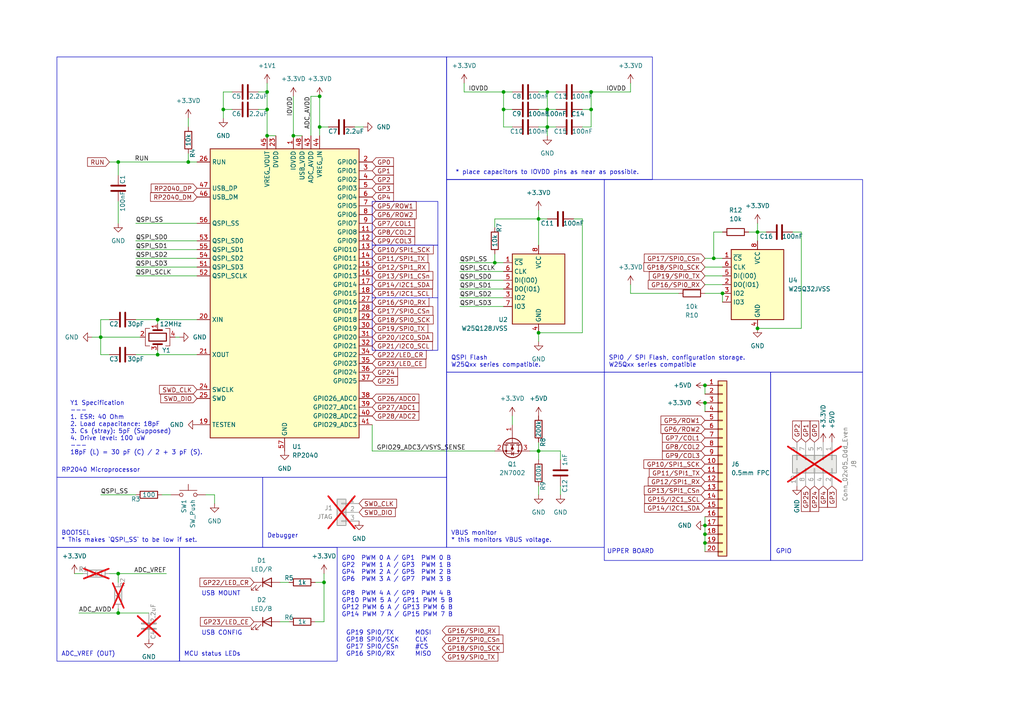
<source format=kicad_sch>
(kicad_sch (version 20231120) (generator "eeschema") (generator_version "8.0")
  (paper "A4")
  (lib_symbols
    (symbol "Connector_Generic:Conn_01x03" (pin_names (offset 1.016) hide)
      (property "Reference" "J" (at 0 5.08 0))
      (property "Value" "Conn_01x03" (at 0 -5.08 0))
      (symbol "Conn_01x03_1_1"
        (pin passive line (at -5.08 2.54 0) (length 3.81) (name "Pin_1") (number "1"))
        (pin passive line (at -5.08 0 0) (length 3.81) (name "Pin_2") (number "2"))
        (pin passive line (at -5.08 -2.54 0) (length 3.81) (name "Pin_3") (number "3"))
      )
    )
    (symbol "Connector_Generic:Conn_01x20" (pin_names (offset 1.016) hide)
      (property "Reference" "J" (at 0 25.4 0))
      (property "Value" "Conn_01x20" (at 0 -27.94 0))
      (symbol "Conn_01x20_1_1"
        (pin passive line (at -5.08 22.86 0) (length 3.81) (name "Pin_1") (number "1"))
        (pin passive line (at -5.08 0 0) (length 3.81) (name "Pin_10") (number "10"))
        (pin passive line (at -5.08 -2.54 0) (length 3.81) (name "Pin_11") (number "11"))
        (pin passive line (at -5.08 -5.08 0) (length 3.81) (name "Pin_12") (number "12"))
        (pin passive line (at -5.08 -7.62 0) (length 3.81) (name "Pin_13") (number "13"))
        (pin passive line (at -5.08 -10.16 0) (length 3.81) (name "Pin_14") (number "14"))
        (pin passive line (at -5.08 -12.7 0) (length 3.81) (name "Pin_15") (number "15"))
        (pin passive line (at -5.08 -15.24 0) (length 3.81) (name "Pin_16") (number "16"))
        (pin passive line (at -5.08 -17.78 0) (length 3.81) (name "Pin_17") (number "17"))
        (pin passive line (at -5.08 -20.32 0) (length 3.81) (name "Pin_18") (number "18"))
        (pin passive line (at -5.08 -22.86 0) (length 3.81) (name "Pin_19") (number "19"))
        (pin passive line (at -5.08 20.32 0) (length 3.81) (name "Pin_2") (number "2"))
        (pin passive line (at -5.08 -25.4 0) (length 3.81) (name "Pin_20") (number "20"))
        (pin passive line (at -5.08 17.78 0) (length 3.81) (name "Pin_3") (number "3"))
        (pin passive line (at -5.08 15.24 0) (length 3.81) (name "Pin_4") (number "4"))
        (pin passive line (at -5.08 12.7 0) (length 3.81) (name "Pin_5") (number "5"))
        (pin passive line (at -5.08 10.16 0) (length 3.81) (name "Pin_6") (number "6"))
        (pin passive line (at -5.08 7.62 0) (length 3.81) (name "Pin_7") (number "7"))
        (pin passive line (at -5.08 5.08 0) (length 3.81) (name "Pin_8") (number "8"))
        (pin passive line (at -5.08 2.54 0) (length 3.81) (name "Pin_9") (number "9"))
      )
    )
    (symbol "Connector_Generic:Conn_02x05_Odd_Even" (pin_names (offset 1.016) hide)
      (property "Reference" "J" (at 1.27 7.62 0))
      (property "Value" "Conn_02x05_Odd_Even" (at 1.27 -7.62 0))
      (symbol "Conn_02x05_Odd_Even_1_1"
        (pin passive line (at -5.08 5.08 0) (length 3.81) (name "Pin_1") (number "1"))
        (pin passive line (at 7.62 -5.08 180) (length 3.81) (name "Pin_10") (number "10"))
        (pin passive line (at 7.62 5.08 180) (length 3.81) (name "Pin_2") (number "2"))
        (pin passive line (at -5.08 2.54 0) (length 3.81) (name "Pin_3") (number "3"))
        (pin passive line (at 7.62 2.54 180) (length 3.81) (name "Pin_4") (number "4"))
        (pin passive line (at -5.08 0 0) (length 3.81) (name "Pin_5") (number "5"))
        (pin passive line (at 7.62 0 180) (length 3.81) (name "Pin_6") (number "6"))
        (pin passive line (at -5.08 -2.54 0) (length 3.81) (name "Pin_7") (number "7"))
        (pin passive line (at 7.62 -2.54 180) (length 3.81) (name "Pin_8") (number "8"))
        (pin passive line (at -5.08 -5.08 0) (length 3.81) (name "Pin_9") (number "9"))
      )
    )
    (symbol "Device:C" (pin_numbers hide) (pin_names (offset 0.254))
      (property "Reference" "C" (at 0.635 2.54 0))
      (property "Value" "C" (at 0.635 -2.54 0))
      (symbol "C_1_1"
        (pin passive line (at 0 3.81 270) (length 2.794) (name "~") (number "1"))
        (pin passive line (at 0 -3.81 90) (length 2.794) (name "~") (number "2"))
      )
    )
    (symbol "Device:Crystal_GND24" (pin_names (offset 1.016) hide)
      (property "Reference" "Y" (at 3.175 5.08 0))
      (property "Value" "Crystal_GND24" (at 3.175 3.175 0))
      (symbol "Crystal_GND24_1_1"
        (pin passive line (at -3.81 0 0) (length 1.27) (name "1") (number "1"))
        (pin passive line (at 0 5.08 270) (length 1.27) (name "2") (number "2"))
        (pin passive line (at 3.81 0 180) (length 1.27) (name "3") (number "3"))
        (pin passive line (at 0 -5.08 90) (length 1.27) (name "4") (number "4"))
      )
    )
    (symbol "Device:LED" (pin_numbers hide) (pin_names (offset 1.016) hide)
      (property "Reference" "D" (at 0 2.54 0))
      (property "Value" "LED" (at 0 -2.54 0))
      (symbol "LED_1_1"
        (pin passive line (at -3.81 0 0) (length 2.54) (name "K") (number "1"))
        (pin passive line (at 3.81 0 180) (length 2.54) (name "A") (number "2"))
      )
    )
    (symbol "Device:R" (pin_numbers hide) (pin_names (offset 0))
      (property "Reference" "R" (at 2.032 0 90))
      (property "Value" "R" (at 0 0 90))
      (symbol "R_1_1"
        (pin passive line (at 0 3.81 270) (length 1.27) (name "~") (number "1"))
        (pin passive line (at 0 -3.81 90) (length 1.27) (name "~") (number "2"))
      )
    )
    (symbol "MCU_RaspberryPi:RP2040"
      (property "Reference" "U" (at 17.78 45.72 0))
      (property "Value" "RP2040" (at 17.78 43.18 0))
      (symbol "RP2040_1_1"
        (pin power_in line (at 2.54 45.72 270) (length 3.81) (name "IOVDD") (number "1"))
        (pin passive line (at 2.54 45.72 270) (length 3.81) hide (name "IOVDD") (number "10"))
        (pin bidirectional line (at 25.4 17.78 180) (length 3.81) (name "GPIO8") (number "11"))
        (pin bidirectional line (at 25.4 15.24 180) (length 3.81) (name "GPIO9") (number "12"))
        (pin bidirectional line (at 25.4 12.7 180) (length 3.81) (name "GPIO10") (number "13"))
        (pin bidirectional line (at 25.4 10.16 180) (length 3.81) (name "GPIO11") (number "14"))
        (pin bidirectional line (at 25.4 7.62 180) (length 3.81) (name "GPIO12") (number "15"))
        (pin bidirectional line (at 25.4 5.08 180) (length 3.81) (name "GPIO13") (number "16"))
        (pin bidirectional line (at 25.4 2.54 180) (length 3.81) (name "GPIO14") (number "17"))
        (pin bidirectional line (at 25.4 0 180) (length 3.81) (name "GPIO15") (number "18"))
        (pin input line (at -25.4 -38.1 0) (length 3.81) (name "TESTEN") (number "19"))
        (pin bidirectional line (at 25.4 38.1 180) (length 3.81) (name "GPIO0") (number "2"))
        (pin input line (at -25.4 -7.62 0) (length 3.81) (name "XIN") (number "20"))
        (pin passive line (at -25.4 -17.78 0) (length 3.81) (name "XOUT") (number "21"))
        (pin passive line (at 2.54 45.72 270) (length 3.81) hide (name "IOVDD") (number "22"))
        (pin power_in line (at -2.54 45.72 270) (length 3.81) (name "DVDD") (number "23"))
        (pin input line (at -25.4 -27.94 0) (length 3.81) (name "SWCLK") (number "24"))
        (pin bidirectional line (at -25.4 -30.48 0) (length 3.81) (name "SWD") (number "25"))
        (pin input line (at -25.4 38.1 0) (length 3.81) (name "RUN") (number "26"))
        (pin bidirectional line (at 25.4 -2.54 180) (length 3.81) (name "GPIO16") (number "27"))
        (pin bidirectional line (at 25.4 -5.08 180) (length 3.81) (name "GPIO17") (number "28"))
        (pin bidirectional line (at 25.4 -7.62 180) (length 3.81) (name "GPIO18") (number "29"))
        (pin bidirectional line (at 25.4 35.56 180) (length 3.81) (name "GPIO1") (number "3"))
        (pin bidirectional line (at 25.4 -10.16 180) (length 3.81) (name "GPIO19") (number "30"))
        (pin bidirectional line (at 25.4 -12.7 180) (length 3.81) (name "GPIO20") (number "31"))
        (pin bidirectional line (at 25.4 -15.24 180) (length 3.81) (name "GPIO21") (number "32"))
        (pin passive line (at 2.54 45.72 270) (length 3.81) hide (name "IOVDD") (number "33"))
        (pin bidirectional line (at 25.4 -17.78 180) (length 3.81) (name "GPIO22") (number "34"))
        (pin bidirectional line (at 25.4 -20.32 180) (length 3.81) (name "GPIO23") (number "35"))
        (pin bidirectional line (at 25.4 -22.86 180) (length 3.81) (name "GPIO24") (number "36"))
        (pin bidirectional line (at 25.4 -25.4 180) (length 3.81) (name "GPIO25") (number "37"))
        (pin bidirectional line (at 25.4 -30.48 180) (length 3.81) (name "GPIO26_ADC0") (number "38"))
        (pin bidirectional line (at 25.4 -33.02 180) (length 3.81) (name "GPIO27_ADC1") (number "39"))
        (pin bidirectional line (at 25.4 33.02 180) (length 3.81) (name "GPIO2") (number "4"))
        (pin bidirectional line (at 25.4 -35.56 180) (length 3.81) (name "GPIO28_ADC2") (number "40"))
        (pin bidirectional line (at 25.4 -38.1 180) (length 3.81) (name "GPIO29_ADC3") (number "41"))
        (pin passive line (at 2.54 45.72 270) (length 3.81) hide (name "IOVDD") (number "42"))
        (pin power_in line (at 7.62 45.72 270) (length 3.81) (name "ADC_AVDD") (number "43"))
        (pin power_in line (at 10.16 45.72 270) (length 3.81) (name "VREG_IN") (number "44"))
        (pin power_out line (at -5.08 45.72 270) (length 3.81) (name "VREG_VOUT") (number "45"))
        (pin bidirectional line (at -25.4 27.94 0) (length 3.81) (name "USB_DM") (number "46"))
        (pin bidirectional line (at -25.4 30.48 0) (length 3.81) (name "USB_DP") (number "47"))
        (pin power_in line (at 5.08 45.72 270) (length 3.81) (name "USB_VDD") (number "48"))
        (pin passive line (at 2.54 45.72 270) (length 3.81) hide (name "IOVDD") (number "49"))
        (pin bidirectional line (at 25.4 30.48 180) (length 3.81) (name "GPIO3") (number "5"))
        (pin passive line (at -2.54 45.72 270) (length 3.81) hide (name "DVDD") (number "50"))
        (pin bidirectional line (at -25.4 7.62 0) (length 3.81) (name "QSPI_SD3") (number "51"))
        (pin output line (at -25.4 5.08 0) (length 3.81) (name "QSPI_SCLK") (number "52"))
        (pin bidirectional line (at -25.4 15.24 0) (length 3.81) (name "QSPI_SD0") (number "53"))
        (pin bidirectional line (at -25.4 10.16 0) (length 3.81) (name "QSPI_SD2") (number "54"))
        (pin bidirectional line (at -25.4 12.7 0) (length 3.81) (name "QSPI_SD1") (number "55"))
        (pin bidirectional line (at -25.4 20.32 0) (length 3.81) (name "QSPI_SS") (number "56"))
        (pin power_in line (at 0 -45.72 90) (length 3.81) (name "GND") (number "57"))
        (pin bidirectional line (at 25.4 27.94 180) (length 3.81) (name "GPIO4") (number "6"))
        (pin bidirectional line (at 25.4 25.4 180) (length 3.81) (name "GPIO5") (number "7"))
        (pin bidirectional line (at 25.4 22.86 180) (length 3.81) (name "GPIO6") (number "8"))
        (pin bidirectional line (at 25.4 20.32 180) (length 3.81) (name "GPIO7") (number "9"))
      )
    )
    (symbol "Memory_Flash:W25Q32JVSS"
      (property "Reference" "U" (at -6.35 11.43 0))
      (property "Value" "W25Q32JVSS" (at 7.62 11.43 0))
      (symbol "W25Q32JVSS_1_1"
        (pin input line (at -10.16 7.62 0) (length 2.54) (name "~{CS}") (number "1"))
        (pin bidirectional line (at -10.16 0 0) (length 2.54) (name "DO(IO1)") (number "2"))
        (pin bidirectional line (at -10.16 -2.54 0) (length 2.54) (name "IO2") (number "3"))
        (pin power_in line (at 0 -12.7 90) (length 2.54) (name "GND") (number "4"))
        (pin bidirectional line (at -10.16 2.54 0) (length 2.54) (name "DI(IO0)") (number "5"))
        (pin input line (at -10.16 5.08 0) (length 2.54) (name "CLK") (number "6"))
        (pin bidirectional line (at -10.16 -5.08 0) (length 2.54) (name "IO3") (number "7"))
        (pin power_in line (at 0 12.7 270) (length 2.54) (name "VCC") (number "8"))
      )
    )
    (symbol "OLIMEX_Power:+3.3VD" (power) (pin_names (offset 0))
      (property "Value" "+3.3VD" (at 0 3.556 0))
      (symbol "+3.3VD_1_1"
        (pin power_in line (at 0 0 90) (length 0) hide (name "+3.3VD") (number "1"))
      )
    )
    (symbol "OLIMEX_Power:+5VD" (power) (pin_names (offset 0))
      (property "Value" "+5VD" (at 0 3.556 0))
      (symbol "+5VD_1_1"
        (pin power_in line (at 0 0 90) (length 0) hide (name "+5VD") (number "1"))
      )
    )
    (symbol "Switch:SW_Push" (pin_numbers hide) (pin_names (offset 1.016) hide)
      (property "Reference" "SW" (at 1.27 2.54 0))
      (property "Value" "SW_Push" (at 0 -1.524 0))
      (symbol "SW_Push_0_1"
        (pin passive line (at -5.08 0 0) (length 2.54) (name "1") (number "1"))
        (pin passive line (at 5.08 0 180) (length 2.54) (name "2") (number "2"))
      )
    )
    (symbol "Transistor_FET:2N7002" (pin_names hide)
      (property "Reference" "Q" (at 5.08 1.905 0))
      (property "Value" "2N7002" (at 5.08 0 0))
      (symbol "2N7002_1_1"
        (pin input line (at -5.08 0 0) (length 2.54) (name "G") (number "1"))
        (pin passive line (at 2.54 -5.08 90) (length 2.54) (name "S") (number "2"))
        (pin passive line (at 2.54 5.08 270) (length 2.54) (name "D") (number "3"))
      )
    )
    (symbol "power:+1V1" (power) (pin_names (offset 0))
      (property "Value" "+1V1" (at 0 3.556 0))
      (symbol "+1V1_1_1"
        (pin power_in line (at 0 0 90) (length 0) hide (name "+1V1") (number "1"))
      )
    )
    (symbol "power:GND" (power) (pin_names (offset 0))
      (property "Value" "GND" (at 0 -3.81 0))
      (symbol "GND_1_1"
        (pin power_in line (at 0 0 270) (length 0) hide (name "GND") (number "1"))
      )
    )
  )
  (junction (at 204.47 154.94))
  (junction (at 54.61 46.99))
  (junction (at 204.47 111.76))
  (junction (at 209.55 85.09))
  (junction (at 45.72 92.71))
  (junction (at 64.77 31.75))
  (junction (at 219.71 95.25))
  (junction (at 204.47 152.4))
  (junction (at 171.45 31.75))
  (junction (at 93.98 168.91))
  (junction (at 158.75 36.83))
  (junction (at 204.47 116.84))
  (junction (at 34.29 177.8))
  (junction (at 171.45 26.67))
  (junction (at 92.71 27.94))
  (junction (at 156.21 63.5))
  (junction (at 29.21 97.79))
  (junction (at 158.75 31.75))
  (junction (at 45.72 102.87))
  (junction (at 77.47 39.37))
  (junction (at 156.21 96.52))
  (junction (at 146.05 26.67))
  (junction (at 207.01 74.93))
  (junction (at 143.51 76.2))
  (junction (at 77.47 31.75))
  (junction (at 158.75 26.67))
  (junction (at 34.29 166.37))
  (junction (at 156.21 130.81))
  (junction (at 204.47 157.48))
  (junction (at 77.47 26.67))
  (junction (at 85.09 39.37))
  (junction (at 219.71 67.31))
  (junction (at 146.05 31.75))
  (junction (at 34.29 46.99))
  (junction (at 92.71 36.83))
  (wire (pts (xy 168.91 96.52) (xy 156.21 96.52)))
  (wire (pts (xy 156.21 31.75) (xy 158.75 31.75)))
  (wire (pts (xy 171.45 31.75) (xy 171.45 36.83)))
  (wire (pts (xy 39.37 77.47) (xy 57.15 77.47)))
  (wire (pts (xy 39.37 80.01) (xy 57.15 80.01)))
  (wire (pts (xy 204.47 82.55) (xy 209.55 82.55)))
  (wire (pts (xy 133.35 86.36) (xy 146.05 86.36)))
  (wire (pts (xy 92.71 36.83) (xy 95.25 36.83)))
  (wire (pts (xy 26.67 97.79) (xy 29.21 97.79)))
  (wire (pts (xy 148.59 26.67) (xy 146.05 26.67)))
  (wire (pts (xy 232.41 95.25) (xy 219.71 95.25)))
  (wire (pts (xy 143.51 76.2) (xy 146.05 76.2)))
  (wire (pts (xy 156.21 26.67) (xy 158.75 26.67)))
  (wire (pts (xy 204.47 111.76) (xy 204.47 114.3)))
  (wire (pts (xy 39.37 102.87) (xy 45.72 102.87)))
  (wire (pts (xy 156.21 128.27) (xy 156.21 130.81)))
  (wire (pts (xy 45.72 92.71) (xy 57.15 92.71)))
  (wire (pts (xy 85.09 39.37) (xy 87.63 39.37)))
  (wire (pts (xy 92.71 36.83) (xy 92.71 39.37)))
  (wire (pts (xy 34.29 46.99) (xy 54.61 46.99)))
  (wire (pts (xy 85.09 27.94) (xy 85.09 39.37)))
  (wire (pts (xy 217.17 67.31) (xy 219.71 67.31)))
  (wire (pts (xy 34.29 58.42) (xy 34.29 64.77)))
  (wire (pts (xy 158.75 36.83) (xy 161.29 36.83)))
  (wire (pts (xy 143.51 63.5) (xy 143.51 66.04)))
  (wire (pts (xy 90.17 27.94) (xy 92.71 27.94)))
  (wire (pts (xy 168.91 63.5) (xy 166.37 63.5)))
  (wire (pts (xy 43.18 177.8) (xy 34.29 177.8)))
  (wire (pts (xy 39.37 92.71) (xy 45.72 92.71)))
  (wire (pts (xy 29.21 97.79) (xy 40.64 97.79)))
  (wire (pts (xy 54.61 46.99) (xy 57.15 46.99)))
  (wire (pts (xy 107.95 130.81) (xy 107.95 123.19)))
  (wire (pts (xy 133.35 76.2) (xy 143.51 76.2)))
  (wire (pts (xy 158.75 36.83) (xy 158.75 39.37)))
  (wire (pts (xy 222.25 67.31) (xy 219.71 67.31)))
  (wire (pts (xy 91.44 168.91) (xy 93.98 168.91)))
  (wire (pts (xy 182.88 85.09) (xy 196.85 85.09)))
  (wire (pts (xy 90.17 27.94) (xy 90.17 39.37)))
  (wire (pts (xy 143.51 63.5) (xy 156.21 63.5)))
  (wire (pts (xy 67.31 26.67) (xy 64.77 26.67)))
  (wire (pts (xy 146.05 31.75) (xy 148.59 31.75)))
  (wire (pts (xy 77.47 26.67) (xy 77.47 31.75)))
  (wire (pts (xy 148.59 36.83) (xy 146.05 36.83)))
  (wire (pts (xy 204.47 157.48) (xy 204.47 160.02)))
  (wire (pts (xy 156.21 130.81) (xy 156.21 133.35)))
  (wire (pts (xy 22.86 177.8) (xy 34.29 177.8)))
  (wire (pts (xy 182.88 82.55) (xy 182.88 85.09)))
  (wire (pts (xy 105.41 36.83) (xy 102.87 36.83)))
  (wire (pts (xy 153.67 130.81) (xy 156.21 130.81)))
  (wire (pts (xy 64.77 26.67) (xy 64.77 31.75)))
  (wire (pts (xy 133.35 88.9) (xy 146.05 88.9)))
  (wire (pts (xy 57.15 102.87) (xy 45.72 102.87)))
  (wire (pts (xy 49.53 143.51) (xy 46.99 143.51)))
  (wire (pts (xy 52.07 97.79) (xy 50.8 97.79)))
  (wire (pts (xy 204.47 152.4) (xy 204.47 154.94)))
  (wire (pts (xy 219.71 64.77) (xy 219.71 67.31)))
  (wire (pts (xy 229.87 67.31) (xy 232.41 67.31)))
  (wire (pts (xy 168.91 63.5) (xy 168.91 96.52)))
  (wire (pts (xy 93.98 166.37) (xy 93.98 168.91)))
  (wire (pts (xy 39.37 64.77) (xy 57.15 64.77)))
  (wire (pts (xy 45.72 93.98) (xy 45.72 92.71)))
  (wire (pts (xy 54.61 34.29) (xy 54.61 36.83)))
  (wire (pts (xy 29.21 102.87) (xy 29.21 97.79)))
  (wire (pts (xy 158.75 31.75) (xy 158.75 36.83)))
  (wire (pts (xy 34.29 166.37) (xy 48.26 166.37)))
  (wire (pts (xy 34.29 176.53) (xy 34.29 177.8)))
  (wire (pts (xy 133.35 83.82) (xy 146.05 83.82)))
  (wire (pts (xy 39.37 72.39) (xy 57.15 72.39)))
  (wire (pts (xy 93.98 180.34) (xy 91.44 180.34)))
  (wire (pts (xy 156.21 63.5) (xy 156.21 71.12)))
  (wire (pts (xy 158.75 26.67) (xy 158.75 31.75)))
  (wire (pts (xy 29.21 97.79) (xy 29.21 92.71)))
  (wire (pts (xy 148.59 120.65) (xy 148.59 123.19)))
  (wire (pts (xy 74.93 26.67) (xy 77.47 26.67)))
  (wire (pts (xy 39.37 69.85) (xy 57.15 69.85)))
  (wire (pts (xy 29.21 143.51) (xy 39.37 143.51)))
  (wire (pts (xy 232.41 67.31) (xy 232.41 95.25)))
  (wire (pts (xy 204.47 149.86) (xy 204.47 152.4)))
  (wire (pts (xy 31.75 166.37) (xy 34.29 166.37)))
  (wire (pts (xy 143.51 73.66) (xy 143.51 76.2)))
  (wire (pts (xy 182.88 26.67) (xy 182.88 24.13)))
  (wire (pts (xy 64.77 31.75) (xy 67.31 31.75)))
  (wire (pts (xy 31.75 46.99) (xy 34.29 46.99)))
  (wire (pts (xy 59.69 143.51) (xy 62.23 143.51)))
  (wire (pts (xy 54.61 44.45) (xy 54.61 46.99)))
  (wire (pts (xy 31.75 102.87) (xy 29.21 102.87)))
  (wire (pts (xy 158.75 26.67) (xy 161.29 26.67)))
  (wire (pts (xy 209.55 85.09) (xy 209.55 87.63)))
  (wire (pts (xy 134.62 24.13) (xy 134.62 26.67)))
  (wire (pts (xy 83.82 168.91) (xy 81.28 168.91)))
  (wire (pts (xy 133.35 81.28) (xy 146.05 81.28)))
  (wire (pts (xy 204.47 85.09) (xy 209.55 85.09)))
  (wire (pts (xy 162.56 130.81) (xy 156.21 130.81)))
  (wire (pts (xy 107.95 130.81) (xy 143.51 130.81)))
  (wire (pts (xy 133.35 78.74) (xy 146.05 78.74)))
  (wire (pts (xy 93.98 168.91) (xy 93.98 180.34)))
  (wire (pts (xy 168.91 36.83) (xy 171.45 36.83)))
  (wire (pts (xy 29.21 92.71) (xy 31.75 92.71)))
  (wire (pts (xy 162.56 140.97) (xy 162.56 143.51)))
  (wire (pts (xy 207.01 74.93) (xy 209.55 74.93)))
  (wire (pts (xy 39.37 74.93) (xy 57.15 74.93)))
  (wire (pts (xy 92.71 27.94) (xy 92.71 36.83)))
  (wire (pts (xy 156.21 99.06) (xy 156.21 96.52)))
  (wire (pts (xy 34.29 46.99) (xy 34.29 50.8)))
  (wire (pts (xy 168.91 26.67) (xy 171.45 26.67)))
  (wire (pts (xy 134.62 26.67) (xy 146.05 26.67)))
  (wire (pts (xy 207.01 67.31) (xy 207.01 74.93)))
  (wire (pts (xy 204.47 80.01) (xy 209.55 80.01)))
  (wire (pts (xy 207.01 67.31) (xy 209.55 67.31)))
  (wire (pts (xy 74.93 31.75) (xy 77.47 31.75)))
  (wire (pts (xy 62.23 146.05) (xy 62.23 143.51)))
  (wire (pts (xy 158.75 31.75) (xy 161.29 31.75)))
  (wire (pts (xy 182.88 26.67) (xy 171.45 26.67)))
  (wire (pts (xy 21.59 166.37) (xy 24.13 166.37)))
  (wire (pts (xy 77.47 31.75) (xy 77.47 39.37)))
  (wire (pts (xy 146.05 26.67) (xy 146.05 31.75)))
  (wire (pts (xy 77.47 24.13) (xy 77.47 26.67)))
  (wire (pts (xy 146.05 31.75) (xy 146.05 36.83)))
  (wire (pts (xy 156.21 63.5) (xy 158.75 63.5)))
  (wire (pts (xy 156.21 36.83) (xy 158.75 36.83)))
  (wire (pts (xy 168.91 31.75) (xy 171.45 31.75)))
  (wire (pts (xy 34.29 166.37) (xy 34.29 168.91)))
  (wire (pts (xy 156.21 60.96) (xy 156.21 63.5)))
  (wire (pts (xy 162.56 133.35) (xy 162.56 130.81)))
  (wire (pts (xy 204.47 74.93) (xy 207.01 74.93)))
  (wire (pts (xy 171.45 26.67) (xy 171.45 31.75)))
  (wire (pts (xy 45.72 102.87) (xy 45.72 101.6)))
  (wire (pts (xy 64.77 31.75) (xy 64.77 34.29)))
  (wire (pts (xy 83.82 180.34) (xy 81.28 180.34)))
  (wire (pts (xy 77.47 39.37) (xy 80.01 39.37)))
  (wire (pts (xy 219.71 67.31) (xy 219.71 69.85)))
  (wire (pts (xy 204.47 77.47) (xy 209.55 77.47)))
  (wire (pts (xy 204.47 154.94) (xy 204.47 157.48)))
  (wire (pts (xy 156.21 140.97) (xy 156.21 143.51)))
  (wire (pts (xy 204.47 116.84) (xy 204.47 119.38)))
  (rectangle (start 107.95 71.12) (end 127 86.36))
  (rectangle (start 129.54 107.95) (end 175.26 158.75))
  (rectangle (start 107.95 86.36) (end 127 101.6))
  (rectangle (start 16.51 16.51) (end 129.54 138.43))
  (rectangle (start 52.07 158.75) (end 97.79 191.77))
  (rectangle (start 175.26 107.95) (end 223.52 162.56))
  (rectangle (start 175.26 52.07) (end 250.19 107.95))
  (rectangle (start 223.52 107.95) (end 250.19 162.56))
  (rectangle (start 107.95 58.42) (end 127 71.12))
  (rectangle (start 16.51 138.43) (end 76.2 158.75))
  (rectangle (start 16.51 158.75) (end 52.07 191.77))
  (rectangle (start 76.2 138.43) (end 129.54 158.75))
  (rectangle (start 129.54 52.07) (end 175.26 107.95))
  (rectangle (start 129.54 16.51) (end 189.23 52.07))
  (text "ADC_VREF (OUT)" (at 17.78 190.5 0) (effects (font (size 1.27 1.27)) (justify left bottom)))
  (text "SPI0 / SPI Flash, configuration storage.\nW25Qxx series compatible" (at 176.53 106.68 0) (effects (font (size 1.27 1.27)) (justify left bottom)))
  (text "Y1 Specification\n---\n1. ESR: 40 Ohm\n2. Load capacitance: 18pF\n3. Cs (stray): 5pF (Supposed)\n4. Drive level: 100 uW\n---\n18pF (L) = 30 pF (C) / 2 + 3 pF (S)." (at 20.32 132.08 0) (effects (font (size 1.27 1.27)) (justify left bottom)))
  (text "Debugger" (at 77.47 156.21 0) (effects (font (size 1.27 1.27)) (justify left bottom)))
  (text "RP2040 Microprocessor" (at 17.78 137.16 0) (effects (font (size 1.27 1.27)) (justify left bottom)))
  (text "GP19 SPI0/TX	MOSI\nGP18 SPI0/SCK	CLK\nGP17 SPI0/CSn	#CS\nGP16 SPI0/RX	MISO" (at 100.33 190.5 0) (effects (font (size 1.27 1.27)) (justify left bottom)))
  (text "UPPER BOARD" (at 182.88 160.02 0) (effects (font (size 1.27 1.27))))
  (text "VBUS monitor\n* this monitors VBUS voltage." (at 130.81 157.48 0) (effects (font (size 1.27 1.27)) (justify left bottom)))
  (text "* place capacitors to IOVDD pins as near as possible." (at 132.08 50.8 0) (effects (font (size 1.27 1.27)) (justify left bottom)))
  (text "GPIO" (at 227.33 160.02 0) (effects (font (size 1.27 1.27))))
  (text "MCU status LEDs" (at 53.34 190.5 0) (effects (font (size 1.27 1.27)) (justify left bottom)))
  (text "BOOTSEL\n* This makes `QSPI_SS` to be low if set." (at 17.78 157.48 0) (effects (font (size 1.27 1.27)) (justify left bottom)))
  (text "GP0  PWM 0 A / GP1  PWM 0 B\nGP2  PWM 1 A / GP3  PWM 1 B\nGP4  PWM 2 A / GP5  PWM 2 B\nGP6  PWM 3 A / GP7  PWM 3 B\n\nGP8  PWM 4 A / GP9  PWM 4 B\nGP10 PWM 5 A / GP11 PWM 5 B\nGP12 PWM 6 A / GP13 PWM 6 B\nGP14 PWM 7 A / GP15 PWM 7 B\n" (at 99.06 179.07 0) (effects (font (size 1.27 1.27)) (justify left bottom)))
  (text "QSPI Flash\nW25Qxx series compatible." (at 130.81 106.68 0) (effects (font (size 1.27 1.27)) (justify left bottom)))
  (text "USB MOUNT" (at 58.42 172.974 0) (effects (font (size 1.27 1.27)) (justify left bottom)))
  (text "USB CONFIG" (at 58.42 184.404 0) (effects (font (size 1.27 1.27)) (justify left bottom)))
  (label "IOVDD" (at 85.09 27.94 270))
  (label "QSPI_SCLK" (at 133.35 78.74 0))
  (label "QSPI_SD1" (at 39.37 72.39 0))
  (label "ADC_VREF" (at 48.26 166.37 180))
  (label "IOVDD" (at 135.89 26.67 0))
  (label "QSPI_SCLK" (at 39.37 80.01 0))
  (label "QSPI_SS" (at 39.37 64.77 0))
  (label "ADC_AVDD" (at 90.17 27.94 270))
  (label "ADC_AVDD" (at 22.86 177.8 0))
  (label "GPIO29_ADC3{slash}VSYS_SENSE" (at 109.22 130.81 0))
  (label "QSPI_SD3" (at 39.37 77.47 0))
  (label "QSPI_SD2" (at 39.37 74.93 0))
  (label "QSPI_SD1" (at 133.35 83.82 0))
  (label "QSPI_SS" (at 29.21 143.51 0))
  (label "QSPI_SD0" (at 39.37 69.85 0))
  (label "QSPI_SD2" (at 133.35 86.36 0))
  (label "IOVDD" (at 181.61 26.67 180))
  (label "RUN" (at 43.18 46.99 180))
  (label "QSPI_SS" (at 133.35 76.2 0))
  (label "QSPI_SD3" (at 133.35 88.9 0))
  (label "QSPI_SD0" (at 133.35 81.28 0))
  (global_label "GP22{slash}LED_CR" (shape input) (at 107.95 102.87 0) (property "Intersheetrefs" "${INTERSHEET_REFS}" (effects (hide yes))))
  (global_label "SWD_DIO" (shape input) (at 57.15 115.57 180) (property "Intersheetrefs" "${INTERSHEET_REFS}" (effects (hide yes))))
  (global_label "GP7{slash}COL1" (shape input) (at 204.47 127 180) (property "Intersheetrefs" "${INTERSHEET_REFS}" (effects (hide yes))))
  (global_label "GP2" (shape input) (at 107.95 52.07 0) (property "Intersheetrefs" "${INTERSHEET_REFS}" (effects (hide yes))))
  (global_label "GP27{slash}ADC1" (shape input) (at 107.95 118.11 0) (property "Intersheetrefs" "${INTERSHEET_REFS}" (effects (hide yes))))
  (global_label "GP18{slash}SPI0_SCK" (shape input) (at 107.95 92.71 0) (property "Intersheetrefs" "${INTERSHEET_REFS}" (effects (hide yes))))
  (global_label "GP10{slash}SPI1_SCK" (shape input) (at 204.47 134.62 180) (property "Intersheetrefs" "${INTERSHEET_REFS}" (effects (hide yes))))
  (global_label "GP11{slash}SPI1_TX" (shape input) (at 107.95 74.93 0) (property "Intersheetrefs" "${INTERSHEET_REFS}" (effects (hide yes))))
  (global_label "GP7{slash}COL1" (shape input) (at 107.95 64.77 0) (property "Intersheetrefs" "${INTERSHEET_REFS}" (effects (hide yes))))
  (global_label "GP12{slash}SPI1_RX" (shape input) (at 204.47 139.7 180) (property "Intersheetrefs" "${INTERSHEET_REFS}" (effects (hide yes))))
  (global_label "GP1" (shape input) (at 233.68 128.27 90) (property "Intersheetrefs" "${INTERSHEET_REFS}" (effects (hide yes))))
  (global_label "GP22{slash}LED_CR" (shape input) (at 73.66 168.91 180) (property "Intersheetrefs" "${INTERSHEET_REFS}" (effects (hide yes))))
  (global_label "GP23{slash}LED_CE" (shape input) (at 73.66 180.34 180) (property "Intersheetrefs" "${INTERSHEET_REFS}" (effects (hide yes))))
  (global_label "GP4" (shape input) (at 238.76 140.97 270) (property "Intersheetrefs" "${INTERSHEET_REFS}" (effects (hide yes))))
  (global_label "GP19{slash}SPI0_TX" (shape input) (at 107.95 95.25 0) (property "Intersheetrefs" "${INTERSHEET_REFS}" (effects (hide yes))))
  (global_label "GP14{slash}I2C1_SDA" (shape input) (at 107.95 82.55 0) (property "Intersheetrefs" "${INTERSHEET_REFS}" (effects (hide yes))))
  (global_label "GP15{slash}I2C1_SCL" (shape input) (at 204.47 144.78 180) (property "Intersheetrefs" "${INTERSHEET_REFS}" (effects (hide yes))))
  (global_label "GP12{slash}SPI1_RX" (shape input) (at 107.95 77.47 0) (property "Intersheetrefs" "${INTERSHEET_REFS}" (effects (hide yes))))
  (global_label "GP20{slash}I2C0_SDA" (shape input) (at 107.95 97.79 0) (property "Intersheetrefs" "${INTERSHEET_REFS}" (effects (hide yes))))
  (global_label "GP25" (shape input) (at 233.68 140.97 270) (property "Intersheetrefs" "${INTERSHEET_REFS}" (effects (hide yes))))
  (global_label "SWD_CLK" (shape input) (at 104.14 146.05 0) (property "Intersheetrefs" "${INTERSHEET_REFS}" (effects (hide yes))))
  (global_label "GP11{slash}SPI1_TX" (shape input) (at 204.47 137.16 180) (property "Intersheetrefs" "${INTERSHEET_REFS}" (effects (hide yes))))
  (global_label "RUN" (shape input) (at 31.75 46.99 180) (property "Intersheetrefs" "${INTERSHEET_REFS}" (effects (hide yes))))
  (global_label "GP2" (shape input) (at 231.14 128.27 90) (property "Intersheetrefs" "${INTERSHEET_REFS}" (effects (hide yes))))
  (global_label "GP8{slash}COL2" (shape input) (at 107.95 67.31 0) (property "Intersheetrefs" "${INTERSHEET_REFS}" (effects (hide yes))))
  (global_label "GP3" (shape input) (at 107.95 54.61 0) (property "Intersheetrefs" "${INTERSHEET_REFS}" (effects (hide yes))))
  (global_label "GP16{slash}SPI0_RX" (shape input) (at 128.27 182.88 0) (property "Intersheetrefs" "${INTERSHEET_REFS}" (effects (hide yes))))
  (global_label "GP17{slash}SPI0_CSn" (shape input) (at 204.47 74.93 180) (property "Intersheetrefs" "${INTERSHEET_REFS}" (effects (hide yes))))
  (global_label "GP13{slash}SPI1_CSn" (shape input) (at 107.95 80.01 0) (property "Intersheetrefs" "${INTERSHEET_REFS}" (effects (hide yes))))
  (global_label "GP17{slash}SPI0_CSn" (shape input) (at 128.27 185.42 0) (property "Intersheetrefs" "${INTERSHEET_REFS}" (effects (hide yes))))
  (global_label "GP6{slash}ROW2" (shape input) (at 204.47 124.46 180) (property "Intersheetrefs" "${INTERSHEET_REFS}" (effects (hide yes))))
  (global_label "GP18{slash}SPI0_SCK" (shape input) (at 204.47 77.47 180) (property "Intersheetrefs" "${INTERSHEET_REFS}" (effects (hide yes))))
  (global_label "GP19{slash}SPI0_TX" (shape input) (at 204.47 80.01 180) (property "Intersheetrefs" "${INTERSHEET_REFS}" (effects (hide yes))))
  (global_label "RP2040_DP" (shape input) (at 57.15 54.61 180) (property "Intersheetrefs" "${INTERSHEET_REFS}" (effects (hide yes))))
  (global_label "GP4" (shape input) (at 107.95 57.15 0) (property "Intersheetrefs" "${INTERSHEET_REFS}" (effects (hide yes))))
  (global_label "GP25" (shape input) (at 107.95 110.49 0) (property "Intersheetrefs" "${INTERSHEET_REFS}" (effects (hide yes))))
  (global_label "GP16{slash}SPI0_RX" (shape input) (at 204.47 82.55 180) (property "Intersheetrefs" "${INTERSHEET_REFS}" (effects (hide yes))))
  (global_label "GP24" (shape input) (at 107.95 107.95 0) (property "Intersheetrefs" "${INTERSHEET_REFS}" (effects (hide yes))))
  (global_label "GP13{slash}SPI1_CSn" (shape input) (at 204.47 142.24 180) (property "Intersheetrefs" "${INTERSHEET_REFS}" (effects (hide yes))))
  (global_label "SWD_CLK" (shape input) (at 57.15 113.03 180) (property "Intersheetrefs" "${INTERSHEET_REFS}" (effects (hide yes))))
  (global_label "GP26{slash}ADC0" (shape input) (at 107.95 115.57 0) (property "Intersheetrefs" "${INTERSHEET_REFS}" (effects (hide yes))))
  (global_label "GP0" (shape input) (at 107.95 46.99 0) (property "Intersheetrefs" "${INTERSHEET_REFS}" (effects (hide yes))))
  (global_label "GP0" (shape input) (at 236.22 128.27 90) (property "Intersheetrefs" "${INTERSHEET_REFS}" (effects (hide yes))))
  (global_label "GP24" (shape input) (at 236.22 140.97 270) (property "Intersheetrefs" "${INTERSHEET_REFS}" (effects (hide yes))))
  (global_label "GP8{slash}COL2" (shape input) (at 204.47 129.54 180) (property "Intersheetrefs" "${INTERSHEET_REFS}" (effects (hide yes))))
  (global_label "GP5{slash}ROW1" (shape input) (at 107.95 59.69 0) (property "Intersheetrefs" "${INTERSHEET_REFS}" (effects (hide yes))))
  (global_label "GP10{slash}SPI1_SCK" (shape input) (at 107.95 72.39 0) (property "Intersheetrefs" "${INTERSHEET_REFS}" (effects (hide yes))))
  (global_label "GP14{slash}I2C1_SDA" (shape input) (at 204.47 147.32 180) (property "Intersheetrefs" "${INTERSHEET_REFS}" (effects (hide yes))))
  (global_label "GP9{slash}COL3" (shape input) (at 204.47 132.08 180) (property "Intersheetrefs" "${INTERSHEET_REFS}" (effects (hide yes))))
  (global_label "GP9{slash}COL3" (shape input) (at 107.95 69.85 0) (property "Intersheetrefs" "${INTERSHEET_REFS}" (effects (hide yes))))
  (global_label "SWD_DIO" (shape input) (at 104.14 148.59 0) (property "Intersheetrefs" "${INTERSHEET_REFS}" (effects (hide yes))))
  (global_label "RP2040_DM" (shape input) (at 57.15 57.15 180) (property "Intersheetrefs" "${INTERSHEET_REFS}" (effects (hide yes))))
  (global_label "GP28{slash}ADC2" (shape input) (at 107.95 120.65 0) (property "Intersheetrefs" "${INTERSHEET_REFS}" (effects (hide yes))))
  (global_label "GP15{slash}I2C1_SCL" (shape input) (at 107.95 85.09 0) (property "Intersheetrefs" "${INTERSHEET_REFS}" (effects (hide yes))))
  (global_label "GP5{slash}ROW1" (shape input) (at 204.47 121.92 180) (property "Intersheetrefs" "${INTERSHEET_REFS}" (effects (hide yes))))
  (global_label "GP23{slash}LED_CE" (shape input) (at 107.95 105.41 0) (property "Intersheetrefs" "${INTERSHEET_REFS}" (effects (hide yes))))
  (global_label "GP17{slash}SPI0_CSn" (shape input) (at 107.95 90.17 0) (property "Intersheetrefs" "${INTERSHEET_REFS}" (effects (hide yes))))
  (global_label "GP1" (shape input) (at 107.95 49.53 0) (property "Intersheetrefs" "${INTERSHEET_REFS}" (effects (hide yes))))
  (global_label "GP19{slash}SPI0_TX" (shape input) (at 128.27 190.5 0) (property "Intersheetrefs" "${INTERSHEET_REFS}" (effects (hide yes))))
  (global_label "GP6{slash}ROW2" (shape input) (at 107.95 62.23 0) (property "Intersheetrefs" "${INTERSHEET_REFS}" (effects (hide yes))))
  (global_label "GP18{slash}SPI0_SCK" (shape input) (at 128.27 187.96 0) (property "Intersheetrefs" "${INTERSHEET_REFS}" (effects (hide yes))))
  (global_label "GP21{slash}I2C0_SCL" (shape input) (at 107.95 100.33 0) (property "Intersheetrefs" "${INTERSHEET_REFS}" (effects (hide yes))))
  (global_label "GP3" (shape input) (at 241.3 140.97 270) (property "Intersheetrefs" "${INTERSHEET_REFS}" (effects (hide yes))))
  (global_label "GP16{slash}SPI0_RX" (shape input) (at 107.95 87.63 0) (property "Intersheetrefs" "${INTERSHEET_REFS}" (effects (hide yes))))
  (symbol (lib_id "Device:R") (at 54.61 40.64 0) (mirror x) (unit 1)
    (property "Reference" "R4" (at 55.88 44.45 90))
    (property "Value" "10k" (at 54.61 40.64 90))
    (property "Footprint" "Resistor_SMD:R_0603_1608Metric" (effects (hide yes)))
  )
  (symbol (lib_id "Device:C") (at 152.4 36.83 90) (mirror x) (unit 1)
    (property "Reference" "C10" (at 149.86 38.1 90))
    (property "Value" "100nF" (at 156.21 38.1 90))
    (property "Footprint" "Capacitor_SMD:C_0603_1608Metric" (effects (hide yes)))
  )
  (symbol (lib_id "OLIMEX_Power:+3.3VD") (at 54.61 34.29 0) (unit 1)
    (property "Reference" "#PWR06" (effects (hide yes)))
    (property "Value" "+3.3VD" (at 54.61 29.21 0))
  )
  (symbol (lib_id "OLIMEX_Power:+3.3VD") (at 93.98 166.37 0) (unit 1)
    (property "Reference" "#PWR014" (effects (hide yes)))
    (property "Value" "+3.3VD" (at 93.98 161.29 0))
  )
  (symbol (lib_id "OLIMEX_Power:+5VD") (at 204.47 111.76 90) (unit 1)
    (property "Reference" "#PWR064" (effects (hide yes)))
    (property "Value" "+5VD" (at 200.66 111.7599 90) (effects (justify left)))
  )
  (symbol (lib_id "Device:C") (at 34.29 54.61 0) (unit 1)
    (property "Reference" "C1" (at 35.56 52.07 90))
    (property "Value" "100nF" (at 35.56 58.42 90))
    (property "Footprint" "Capacitor_SMD:C_0603_1608Metric" (effects (hide yes)))
  )
  (symbol (lib_id "MCU_RaspberryPi:RP2040") (at 82.55 85.09 0) (unit 1)
    (property "Reference" "U1" (at 84.7441 129.54 0) (effects (justify left)))
    (property "Value" "RP2040" (at 84.7441 132.08 0) (effects (justify left)))
    (property "Footprint" "Package_DFN_QFN:QFN-56-1EP_7x7mm_P0.4mm_EP3.2x3.2mm" (effects (hide yes)))
    (property "Datasheet" "https://datasheets.raspberrypi.com/rp2040/rp2040-datasheet.pdf" (effects (hide yes)))
  )
  (symbol (lib_id "power:GND") (at 82.55 130.81 0) (unit 1)
    (property "Reference" "#PWR011" (effects (hide yes)))
    (property "Value" "GND" (at 82.55 135.89 0))
  )
  (symbol (lib_id "OLIMEX_Power:+5VD") (at 156.21 120.65 0) (unit 1)
    (property "Reference" "#PWR021" (effects (hide yes)))
    (property "Value" "+5VD" (at 156.21 115.57 0))
  )
  (symbol (lib_id "power:GND") (at 104.14 151.13 0) (unit 1)
    (property "Reference" "#PWR015" (effects (hide yes)))
    (property "Value" "GND" (at 104.14 156.21 0))
  )
  (symbol (lib_id "OLIMEX_Power:+3.3VD") (at 85.09 27.94 0) (unit 1)
    (property "Reference" "#PWR012" (effects (hide yes)))
    (property "Value" "+3.3VD" (at 85.09 22.86 0))
  )
  (symbol (lib_id "OLIMEX_Power:+3.3VD") (at 156.21 60.96 0) (unit 1)
    (property "Reference" "#PWR019" (effects (hide yes)))
    (property "Value" "+3.3VD" (at 156.21 55.88 0))
  )
  (symbol (lib_id "power:GND") (at 62.23 146.05 0) (unit 1)
    (property "Reference" "#PWR08" (effects (hide yes)))
    (property "Value" "GND" (at 62.23 151.13 0))
  )
  (symbol (lib_id "Device:C") (at 226.06 67.31 90) (mirror x) (unit 1)
    (property "Reference" "C16" (at 222.25 68.58 90))
    (property "Value" "100nF" (at 229.87 68.58 90))
    (property "Footprint" "Capacitor_SMD:C_0603_1608Metric" (effects (hide yes)))
  )
  (symbol (lib_id "Device:R") (at 87.63 180.34 90) (unit 1)
    (property "Reference" "R6" (at 83.82 179.07 90))
    (property "Value" "1k" (at 87.63 180.34 90))
    (property "Footprint" "Resistor_SMD:R_0603_1608Metric" (effects (hide yes)))
  )
  (symbol (lib_id "power:GND") (at 156.21 143.51 0) (unit 1)
    (property "Reference" "#PWR022" (effects (hide yes)))
    (property "Value" "GND" (at 156.21 148.59 0))
  )
  (symbol (lib_id "power:GND") (at 156.21 99.06 0) (unit 1)
    (property "Reference" "#PWR020" (effects (hide yes)))
    (property "Value" "GND" (at 156.21 104.14 0))
  )
  (symbol (lib_id "Device:C") (at 71.12 31.75 90) (mirror x) (unit 1)
    (property "Reference" "C6" (at 68.58 33.02 90))
    (property "Value" "2.2uF" (at 74.93 33.02 90))
    (property "Footprint" "Capacitor_SMD:C_0603_1608Metric" (effects (hide yes)))
  )
  (symbol (lib_id "power:+1V1") (at 77.47 24.13 0) (unit 1)
    (property "Reference" "#PWR010" (effects (hide yes)))
    (property "Value" "+1V1" (at 77.47 19.05 0))
  )
  (symbol (lib_id "Device:C") (at 165.1 31.75 270) (unit 1)
    (property "Reference" "C14" (at 167.64 33.02 90))
    (property "Value" "100nF" (at 161.29 33.02 90))
    (property "Footprint" "Capacitor_SMD:C_0603_1608Metric" (effects (hide yes)))
  )
  (symbol (lib_id "Device:R") (at 213.36 67.31 270) (mirror x) (unit 1)
    (property "Reference" "R12" (at 213.36 60.96 90))
    (property "Value" "10k" (at 213.36 63.5 90))
    (property "Footprint" "Resistor_SMD:R_0603_1608Metric" (effects (hide yes)))
  )
  (symbol (lib_id "OLIMEX_Power:+3.3VD") (at 182.88 24.13 0) (unit 1)
    (property "Reference" "#PWR025" (effects (hide yes)))
    (property "Value" "+3.3VD" (at 182.88 19.05 0))
  )
  (symbol (lib_id "Device:R") (at 34.29 172.72 0) (unit 1) (on_board no) (dnp yes)
    (property "Reference" "R2" (at 35.56 168.91 90))
    (property "Value" "1" (at 34.29 172.72 90))
    (property "Footprint" "Resistor_SMD:R_0603_1608Metric" (effects (hide yes)))
  )
  (symbol (lib_id "Device:C") (at 162.56 137.16 0) (mirror x) (unit 1) (on_board no)
    (property "Reference" "C12" (at 163.83 140.97 90))
    (property "Value" "1nF" (at 163.83 133.35 90))
    (property "Footprint" "Capacitor_SMD:C_0603_1608Metric" (effects (hide yes)))
  )
  (symbol (lib_id "OLIMEX_Power:+3.3VD") (at 21.59 166.37 0) (unit 1)
    (property "Reference" "#PWR01" (effects (hide yes)))
    (property "Value" "+3.3VD" (at 21.59 161.29 0))
  )
  (symbol (lib_id "OLIMEX_Power:+3.3VD") (at 219.71 64.77 0) (unit 1)
    (property "Reference" "#PWR029" (effects (hide yes)))
    (property "Value" "+3.3VD" (at 219.71 59.69 0))
  )
  (symbol (lib_id "OLIMEX_Power:+3.3VD") (at 148.59 120.65 0) (unit 1)
    (property "Reference" "#PWR018" (effects (hide yes)))
    (property "Value" "+3.3VD" (at 148.59 115.57 0))
  )
  (symbol (lib_id "Device:LED") (at 77.47 180.34 0) (unit 1)
    (property "Reference" "D2" (at 75.8825 173.99 0))
    (property "Value" "LED/B" (at 75.8825 176.53 0))
    (property "Footprint" "LED_SMD:LED_0805_2012Metric" (effects (hide yes)))
  )
  (symbol (lib_id "power:GND") (at 204.47 152.4 270) (unit 1)
    (property "Reference" "#PWR067" (effects (hide yes)))
    (property "Value" "GND" (at 200.66 152.3999 90) (effects (justify right)))
  )
  (symbol (lib_id "Device:C") (at 43.18 181.61 0) (mirror x) (unit 1) (on_board no) (dnp yes)
    (property "Reference" "C4" (at 44.45 184.15 90))
    (property "Value" "2.2uF" (at 44.45 177.8 90))
    (property "Footprint" "Capacitor_SMD:C_0603_1608Metric" (effects (hide yes)))
  )
  (symbol (lib_id "OLIMEX_Power:+3.3VD") (at 182.88 82.55 0) (unit 1)
    (property "Reference" "#PWR026" (effects (hide yes)))
    (property "Value" "+3.3VD" (at 182.88 77.47 0))
  )
  (symbol (lib_id "Device:C") (at 35.56 92.71 90) (mirror x) (unit 1)
    (property "Reference" "C2" (at 33.02 93.98 90))
    (property "Value" "30pF" (at 39.37 93.98 90))
    (property "Footprint" "Capacitor_SMD:C_0603_1608Metric" (effects (hide yes)))
  )
  (symbol (lib_id "Connector_Generic:Conn_01x20") (at 209.55 134.62 0) (unit 1)
    (property "Reference" "J6" (at 212.09 134.6199 0) (effects (justify left)))
    (property "Value" "0.5mm FPC" (at 212.09 137.1599 0) (effects (justify left)))
    (property "Footprint" "Connector_FFC-FPC:TE_2-1734839-0_1x20-1MP_P0.5mm_Horizontal" (effects (hide yes)))
    (property "Description" "Generic connector, single row, 01x20, script generated (kicad-library-utils/schlib/autogen/connector/)" (effects (hide yes)))
  )
  (symbol (lib_id "Device:R") (at 27.94 166.37 90) (unit 1) (on_board no) (dnp yes)
    (property "Reference" "R1" (at 24.13 165.1 90))
    (property "Value" "160" (at 27.94 166.37 90))
    (property "Footprint" "Resistor_SMD:R_0603_1608Metric" (effects (hide yes)))
  )
  (symbol (lib_id "OLIMEX_Power:+3.3VD") (at 134.62 24.13 0) (unit 1)
    (property "Reference" "#PWR017" (effects (hide yes)))
    (property "Value" "+3.3VD" (at 134.62 19.05 0))
  )
  (symbol (lib_id "Device:R") (at 87.63 168.91 90) (unit 1)
    (property "Reference" "R5" (at 83.82 167.64 90))
    (property "Value" "1k" (at 87.63 168.91 90))
    (property "Footprint" "Resistor_SMD:R_0603_1608Metric" (effects (hide yes)))
  )
  (symbol (lib_id "Device:C") (at 165.1 26.67 270) (unit 1)
    (property "Reference" "C13" (at 162.56 27.94 90))
    (property "Value" "100nF" (at 168.91 27.94 90))
    (property "Footprint" "Capacitor_SMD:C_0603_1608Metric" (effects (hide yes)))
  )
  (symbol (lib_id "Device:C") (at 99.06 36.83 90) (mirror x) (unit 1)
    (property "Reference" "C7" (at 96.52 38.1 90))
    (property "Value" "2.2uF" (at 102.87 38.1 90))
    (property "Footprint" "Capacitor_SMD:C_0603_1608Metric" (effects (hide yes)))
  )
  (symbol (lib_id "OLIMEX_Power:+5VD") (at 241.3 128.27 0) (unit 1)
    (property "Reference" "#PWR048" (effects (hide yes)))
    (property "Value" "+5VD" (at 241.3001 124.46 90) (effects (justify left)))
  )
  (symbol (lib_id "Device:C") (at 165.1 36.83 270) (unit 1)
    (property "Reference" "C15" (at 162.56 38.1 90))
    (property "Value" "100nF" (at 168.91 38.1 90))
    (property "Footprint" "Capacitor_SMD:C_0603_1608Metric" (effects (hide yes)))
  )
  (symbol (lib_id "power:GND") (at 52.07 97.79 90) (unit 1)
    (property "Reference" "#PWR05" (effects (hide yes)))
    (property "Value" "GND" (at 55.88 97.79 90) (effects (justify right)))
  )
  (symbol (lib_id "Device:C") (at 71.12 26.67 90) (mirror x) (unit 1)
    (property "Reference" "C5" (at 68.58 27.94 90))
    (property "Value" "2.2uF" (at 74.93 27.94 90))
    (property "Footprint" "Capacitor_SMD:C_0603_1608Metric" (effects (hide yes)))
  )
  (symbol (lib_id "Device:C") (at 152.4 26.67 90) (mirror x) (unit 1)
    (property "Reference" "C8" (at 149.86 27.94 90))
    (property "Value" "100nF" (at 156.21 27.94 90))
    (property "Footprint" "Capacitor_SMD:C_0603_1608Metric" (effects (hide yes)))
  )
  (symbol (lib_id "power:GND") (at 158.75 39.37 0) (unit 1)
    (property "Reference" "#PWR023" (effects (hide yes)))
    (property "Value" "GND" (at 158.75 44.45 0))
  )
  (symbol (lib_id "Device:R") (at 143.51 69.85 0) (unit 1)
    (property "Reference" "R7" (at 144.78 66.04 90))
    (property "Value" "10k" (at 143.51 69.85 90))
    (property "Footprint" "Resistor_SMD:R_0603_1608Metric" (effects (hide yes)))
  )
  (symbol (lib_id "Switch:SW_Push") (at 54.61 143.51 0) (mirror y) (unit 1)
    (property "Reference" "SW1" (at 53.34 144.78 90) (effects (justify right)))
    (property "Value" "SW_Push" (at 55.88 144.78 90) (effects (justify right)))
    (property "Footprint" "Button_Switch_SMD:SW_Push_SPST_NO_Alps_SKRK" (effects (hide yes)))
  )
  (symbol (lib_id "power:GND") (at 34.29 64.77 0) (unit 1)
    (property "Reference" "#PWR03" (effects (hide yes)))
    (property "Value" "GND" (at 34.29 69.85 0))
  )
  (symbol (lib_id "power:GND") (at 105.41 36.83 90) (unit 1)
    (property "Reference" "#PWR016" (effects (hide yes)))
    (property "Value" "GND" (at 109.22 36.83 90) (effects (justify right)))
  )
  (symbol (lib_id "Device:R") (at 200.66 85.09 270) (unit 1)
    (property "Reference" "R10" (at 200.66 91.44 90))
    (property "Value" "10k" (at 200.66 88.9 90))
    (property "Footprint" "Resistor_SMD:R_0603_1608Metric" (effects (hide yes)))
  )
  (symbol (lib_id "Device:C") (at 162.56 63.5 90) (mirror x) (unit 1)
    (property "Reference" "C11" (at 158.75 64.77 90))
    (property "Value" "100nF" (at 166.37 64.77 90))
    (property "Footprint" "Capacitor_SMD:C_0603_1608Metric" (effects (hide yes)))
  )
  (symbol (lib_id "power:GND") (at 162.56 143.51 0) (unit 1)
    (property "Reference" "#PWR024" (effects (hide yes)))
    (property "Value" "GND" (at 162.56 148.59 0))
  )
  (symbol (lib_id "Connector_Generic:Conn_01x03") (at 99.06 148.59 0) (mirror y) (unit 1) (dnp yes)
    (property "Reference" "J1" (at 96.52 147.32 0) (effects (justify left)))
    (property "Value" "JTAG" (at 96.52 149.86 0) (effects (justify left)))
    (property "Footprint" "Connector_PinHeader_2.54mm:PinHeader_1x03_P2.54mm_Vertical" (effects (hide yes)))
  )
  (symbol (lib_id "Memory_Flash:W25Q32JVSS") (at 219.71 82.55 0) (unit 1)
    (property "Reference" "U4" (at 228.6 81.28 0) (effects (justify left)))
    (property "Value" "W25Q32JVSS" (at 228.6 83.82 0) (effects (justify left)))
    (property "Footprint" "Package_SO:SOIC-8_5.23x5.23mm_P1.27mm" (effects (hide yes)))
    (property "Datasheet" "http://www.winbond.com/resource-files/w25q32jv%20revg%2003272018%20plus.pdf" (effects (hide yes)))
  )
  (symbol (lib_id "Device:R") (at 156.21 137.16 0) (mirror x) (unit 1) (on_board no)
    (property "Reference" "R9" (at 157.48 140.97 90))
    (property "Value" "100k" (at 156.21 137.16 90))
    (property "Footprint" "Resistor_SMD:R_0603_1608Metric" (effects (hide yes)))
  )
  (symbol (lib_id "OLIMEX_Power:+3.3VD") (at 204.47 116.84 90) (unit 1)
    (property "Reference" "#PWR062" (effects (hide yes)))
    (property "Value" "+3.3VD" (at 200.66 116.8399 90) (effects (justify left)))
  )
  (symbol (lib_id "power:GND") (at 219.71 95.25 0) (unit 1)
    (property "Reference" "#PWR030" (effects (hide yes)))
    (property "Value" "GND" (at 219.71 100.33 0))
  )
  (symbol (lib_id "OLIMEX_Power:+3.3VD") (at 92.71 27.94 0) (unit 1)
    (property "Reference" "#PWR013" (effects (hide yes)))
    (property "Value" "+3.3VD" (at 92.71 22.86 0))
  )
  (symbol (lib_id "Device:C") (at 152.4 31.75 90) (mirror x) (unit 1)
    (property "Reference" "C9" (at 149.86 33.02 90))
    (property "Value" "100nF" (at 156.21 33.02 90))
    (property "Footprint" "Capacitor_SMD:C_0603_1608Metric" (effects (hide yes)))
  )
  (symbol (lib_id "Device:R") (at 43.18 143.51 90) (mirror x) (unit 1)
    (property "Reference" "R3" (at 39.37 144.78 90))
    (property "Value" "100" (at 43.18 143.51 90))
    (property "Footprint" "Resistor_SMD:R_0603_1608Metric" (effects (hide yes)))
  )
  (symbol (lib_id "Transistor_FET:2N7002") (at 148.59 128.27 270) (unit 1) (on_board no)
    (property "Reference" "Q1" (at 148.59 134.62 90))
    (property "Value" "2N7002" (at 148.59 137.16 90))
    (property "Footprint" "Package_TO_SOT_SMD:SOT-23" (effects (hide yes)))
    (property "Datasheet" "https://www.onsemi.com/pub/Collateral/NDS7002A-D.PDF" (effects (hide yes)))
  )
  (symbol (lib_id "OLIMEX_Power:+3.3VD") (at 238.76 128.27 0) (unit 1)
    (property "Reference" "#PWR050" (effects (hide yes)))
    (property "Value" "+3.3VD" (at 238.7601 124.46 90) (effects (justify left)))
  )
  (symbol (lib_id "Device:LED") (at 77.47 168.91 0) (unit 1)
    (property "Reference" "D1" (at 75.8825 162.56 0))
    (property "Value" "LED/R" (at 75.8825 165.1 0))
    (property "Footprint" "LED_SMD:LED_0805_2012Metric" (effects (hide yes)))
  )
  (symbol (lib_id "Device:R") (at 156.21 124.46 0) (mirror x) (unit 1) (on_board no)
    (property "Reference" "R8" (at 157.48 128.27 90))
    (property "Value" "200k" (at 156.21 124.46 90))
    (property "Footprint" "Resistor_SMD:R_0603_1608Metric" (effects (hide yes)))
  )
  (symbol (lib_id "power:GND") (at 64.77 34.29 0) (unit 1)
    (property "Reference" "#PWR09" (effects (hide yes)))
    (property "Value" "GND" (at 64.77 39.37 0))
  )
  (symbol (lib_id "power:GND") (at 57.15 123.19 270) (mirror x) (unit 1)
    (property "Reference" "#PWR07" (effects (hide yes)))
    (property "Value" "GND" (at 53.34 123.19 90) (effects (justify right)))
  )
  (symbol (lib_id "Device:C") (at 35.56 102.87 90) (mirror x) (unit 1)
    (property "Reference" "C3" (at 33.02 104.14 90))
    (property "Value" "30pF" (at 39.37 104.14 90))
    (property "Footprint" "Capacitor_SMD:C_0603_1608Metric" (effects (hide yes)))
  )
  (symbol (lib_id "power:GND") (at 26.67 97.79 270) (mirror x) (unit 1)
    (property "Reference" "#PWR02" (effects (hide yes)))
    (property "Value" "GND" (at 22.86 97.79 90) (effects (justify right)))
  )
  (symbol (lib_id "power:GND") (at 43.18 185.42 0) (unit 1)
    (property "Reference" "#PWR04" (effects (hide yes)))
    (property "Value" "GND" (at 43.18 190.5 0))
  )
  (symbol (lib_id "Memory_Flash:W25Q32JVSS") (at 156.21 83.82 0) (unit 1)
    (property "Reference" "U2" (at 147.32 92.71 0) (effects (justify right)))
    (property "Value" "W25Q128JVSS" (at 147.32 95.25 0) (effects (justify right)))
    (property "Footprint" "Package_SO:SOIC-8_5.23x5.23mm_P1.27mm" (effects (hide yes)))
    (property "Datasheet" "http://www.winbond.com/resource-files/w25q32jv%20revg%2003272018%20plus.pdf" (effects (hide yes)))
  )
  (symbol (lib_id "Connector_Generic:Conn_02x05_Odd_Even") (at 236.22 133.35 270) (unit 1) (on_board no) (dnp yes)
    (property "Reference" "J8" (at 247.65 134.62 0))
    (property "Value" "Conn_02x05_Odd_Even" (at 245.11 134.62 0))
    (property "Footprint" "Connector_PinHeader_2.54mm:PinHeader_2x05_P2.54mm_Horizontal" (effects (hide yes)))
    (property "Description" "Generic connector, double row, 02x05, odd/even pin numbering scheme (row 1 odd numbers, row 2 even numbers), script generated (kicad-library-utils/schlib/autogen/connector/)" (effects (hide yes)))
  )
  (symbol (lib_id "power:GND") (at 231.14 140.97 0) (mirror y) (unit 1)
    (property "Reference" "#PWR059" (effects (hide yes)))
    (property "Value" "GND" (at 231.1401 144.78 90) (effects (justify right)))
  )
  (symbol (lib_id "Device:Crystal_GND24") (at 45.72 97.79 90) (mirror x) (unit 1)
    (property "Reference" "Y1" (at 48.26 101.6 90))
    (property "Value" "12MHz" (at 49.53 93.98 90))
    (property "Footprint" "Crystal:Crystal_SMD_3225-4Pin_3.2x2.5mm" (effects (hide yes)))
  )
)
</source>
